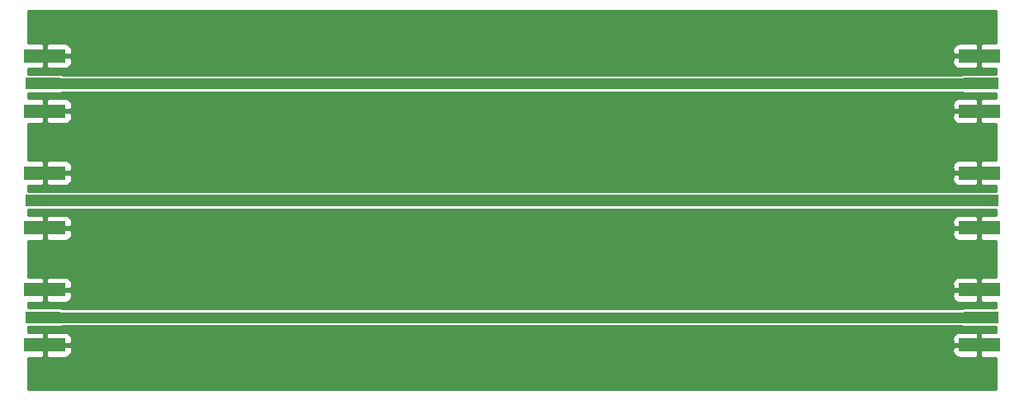
<source format=gtl>
G04 #@! TF.GenerationSoftware,KiCad,Pcbnew,5.1.6-c6e7f7d~86~ubuntu18.04.1*
G04 #@! TF.CreationDate,2020-07-08T22:14:40-04:00*
G04 #@! TF.ProjectId,microstrip_tests,6d696372-6f73-4747-9269-705f74657374,rev?*
G04 #@! TF.SameCoordinates,Original*
G04 #@! TF.FileFunction,Copper,L1,Top*
G04 #@! TF.FilePolarity,Positive*
%FSLAX46Y46*%
G04 Gerber Fmt 4.6, Leading zero omitted, Abs format (unit mm)*
G04 Created by KiCad (PCBNEW 5.1.6-c6e7f7d~86~ubuntu18.04.1) date 2020-07-08 22:14:40*
%MOMM*%
%LPD*%
G01*
G04 APERTURE LIST*
G04 #@! TA.AperFunction,SMDPad,CuDef*
%ADD10R,3.600000X1.270000*%
G04 #@! TD*
G04 #@! TA.AperFunction,SMDPad,CuDef*
%ADD11R,4.200000X1.350000*%
G04 #@! TD*
G04 #@! TA.AperFunction,ViaPad*
%ADD12C,0.800000*%
G04 #@! TD*
G04 #@! TA.AperFunction,Conductor*
%ADD13C,1.114000*%
G04 #@! TD*
G04 #@! TA.AperFunction,Conductor*
%ADD14C,1.200000*%
G04 #@! TD*
G04 #@! TA.AperFunction,Conductor*
%ADD15C,0.254000*%
G04 #@! TD*
G04 APERTURE END LIST*
D10*
G04 #@! TO.P,J5,1*
G04 #@! TO.N,Net-(J3-Pad1)*
X91900000Y-100237000D03*
D11*
G04 #@! TO.P,J5,2*
G04 #@! TO.N,GND*
X92100000Y-103062000D03*
X92100000Y-97412000D03*
G04 #@! TD*
D10*
G04 #@! TO.P,J1,1*
G04 #@! TO.N,Net-(J1-Pad1)*
X188100000Y-88237000D03*
D11*
G04 #@! TO.P,J1,2*
G04 #@! TO.N,GND*
X187900000Y-85412000D03*
X187900000Y-91062000D03*
G04 #@! TD*
G04 #@! TO.P,J2,2*
G04 #@! TO.N,GND*
X92100000Y-109411000D03*
X92100000Y-115061000D03*
D10*
G04 #@! TO.P,J2,1*
G04 #@! TO.N,Net-(J2-Pad1)*
X91900000Y-112236000D03*
G04 #@! TD*
D11*
G04 #@! TO.P,J3,2*
G04 #@! TO.N,GND*
X187900000Y-103062000D03*
X187900000Y-97412000D03*
D10*
G04 #@! TO.P,J3,1*
G04 #@! TO.N,Net-(J3-Pad1)*
X188100000Y-100237000D03*
G04 #@! TD*
G04 #@! TO.P,J4,1*
G04 #@! TO.N,Net-(J2-Pad1)*
X188100000Y-112236000D03*
D11*
G04 #@! TO.P,J4,2*
G04 #@! TO.N,GND*
X187900000Y-109411000D03*
X187900000Y-115061000D03*
G04 #@! TD*
G04 #@! TO.P,J6,2*
G04 #@! TO.N,GND*
X92100000Y-85412000D03*
X92100000Y-91062000D03*
D10*
G04 #@! TO.P,J6,1*
G04 #@! TO.N,Net-(J1-Pad1)*
X91900000Y-88237000D03*
G04 #@! TD*
D12*
G04 #@! TO.N,GND*
X182430000Y-94250000D03*
X137430000Y-94250000D03*
X139930000Y-94250000D03*
X142430000Y-94250000D03*
X144930000Y-94250000D03*
X147430000Y-94250000D03*
X177430000Y-94250000D03*
X179930000Y-94250000D03*
X159930000Y-94250000D03*
X162430000Y-94250000D03*
X164930000Y-94250000D03*
X167430000Y-94250000D03*
X172430000Y-94250000D03*
X124930000Y-94250000D03*
X127430000Y-94250000D03*
X129930000Y-94250000D03*
X132430000Y-94250000D03*
X134930000Y-94250000D03*
X97430000Y-94250000D03*
X112430000Y-94250000D03*
X114930000Y-94250000D03*
X117430000Y-94250000D03*
X119930000Y-94250000D03*
X122430000Y-94250000D03*
X102430000Y-94250000D03*
X104930000Y-94250000D03*
X107430000Y-94250000D03*
X109930000Y-94250000D03*
X149930000Y-94250000D03*
X152430000Y-94250000D03*
X154930000Y-94250000D03*
X157430000Y-94250000D03*
X99930000Y-94250000D03*
X169930000Y-94250000D03*
X174930000Y-94250000D03*
X93430000Y-81900000D03*
X95930000Y-81900000D03*
X115930000Y-81900000D03*
X118430000Y-81900000D03*
X120930000Y-81900000D03*
X123430000Y-81900000D03*
X125930000Y-81900000D03*
X128430000Y-81900000D03*
X130930000Y-81900000D03*
X133430000Y-81900000D03*
X135930000Y-81900000D03*
X175930000Y-81900000D03*
X178430000Y-81900000D03*
X180930000Y-81900000D03*
X183430000Y-81900000D03*
X185930000Y-81900000D03*
X188430000Y-81900000D03*
X90930000Y-81900000D03*
X160930000Y-81900000D03*
X163430000Y-81900000D03*
X165930000Y-81900000D03*
X168430000Y-81900000D03*
X170930000Y-81900000D03*
X173430000Y-81900000D03*
X145930000Y-81900000D03*
X98430000Y-81900000D03*
X100930000Y-81900000D03*
X103430000Y-81900000D03*
X105930000Y-81900000D03*
X108430000Y-81900000D03*
X110930000Y-81900000D03*
X113430000Y-81900000D03*
X138430000Y-81900000D03*
X140930000Y-81900000D03*
X143430000Y-81900000D03*
X148430000Y-81900000D03*
X150930000Y-81900000D03*
X153430000Y-81900000D03*
X155930000Y-81900000D03*
X158430000Y-81900000D03*
X94739876Y-86937000D03*
X94739876Y-89537000D03*
X183797521Y-86937000D03*
X185210813Y-86937000D03*
X182384229Y-86937000D03*
X183797521Y-89537000D03*
X185210813Y-89537000D03*
X182384229Y-89537000D03*
X96139876Y-89537000D03*
X97553168Y-89537000D03*
X98966460Y-89537000D03*
X100379752Y-89537000D03*
X101793044Y-89537000D03*
X103206336Y-89537000D03*
X104619628Y-89537000D03*
X106032920Y-89537000D03*
X107446212Y-89537000D03*
X108859504Y-89537000D03*
X110272796Y-89537000D03*
X111686088Y-89537000D03*
X113099380Y-89537000D03*
X114512672Y-89537000D03*
X115925964Y-89537000D03*
X117339256Y-89537000D03*
X118752548Y-89537000D03*
X120165840Y-89537000D03*
X121579132Y-89537000D03*
X122992424Y-89537000D03*
X124405716Y-89537000D03*
X125819008Y-89537000D03*
X127232300Y-89537000D03*
X128645592Y-89537000D03*
X130058884Y-89537000D03*
X131472176Y-89537000D03*
X132885468Y-89537000D03*
X134298760Y-89537000D03*
X135712052Y-89537000D03*
X137125345Y-89537000D03*
X138538637Y-89537000D03*
X139951929Y-89537000D03*
X141365221Y-89537000D03*
X142778513Y-89537000D03*
X144191805Y-89537000D03*
X145605097Y-89537000D03*
X147018389Y-89537000D03*
X148431681Y-89537000D03*
X149844973Y-89537000D03*
X151258265Y-89537000D03*
X152671557Y-89537000D03*
X154084849Y-89537000D03*
X155498141Y-89537000D03*
X156911433Y-89537000D03*
X158324725Y-89537000D03*
X159738017Y-89537000D03*
X161151309Y-89537000D03*
X162564601Y-89537000D03*
X163977893Y-89537000D03*
X165391185Y-89537000D03*
X166804477Y-89537000D03*
X168217769Y-89537000D03*
X169631061Y-89537000D03*
X171044353Y-89537000D03*
X172457645Y-89537000D03*
X173870937Y-89537000D03*
X175284229Y-89537000D03*
X176697521Y-89537000D03*
X178110813Y-89537000D03*
X179524105Y-89537000D03*
X180937398Y-89537000D03*
X179524105Y-86937000D03*
X178110813Y-86937000D03*
X176697521Y-86937000D03*
X175284229Y-86937000D03*
X173870937Y-86937000D03*
X172457645Y-86937000D03*
X171044353Y-86937000D03*
X169631061Y-86937000D03*
X168217769Y-86937000D03*
X166804477Y-86937000D03*
X165391185Y-86937000D03*
X163977893Y-86937000D03*
X162564601Y-86937000D03*
X161151309Y-86937000D03*
X159738017Y-86937000D03*
X158324725Y-86937000D03*
X156911433Y-86937000D03*
X155498141Y-86937000D03*
X154084849Y-86937000D03*
X152671557Y-86937000D03*
X151258265Y-86937000D03*
X149844973Y-86937000D03*
X148431681Y-86937000D03*
X147018389Y-86937000D03*
X145605097Y-86937000D03*
X144191805Y-86937000D03*
X142778513Y-86937000D03*
X141365221Y-86937000D03*
X139951929Y-86937000D03*
X138538637Y-86937000D03*
X137125345Y-86937000D03*
X135712052Y-86937000D03*
X134298760Y-86937000D03*
X132885468Y-86937000D03*
X131472176Y-86937000D03*
X130058884Y-86937000D03*
X128645592Y-86937000D03*
X127232300Y-86937000D03*
X125819008Y-86937000D03*
X124405716Y-86937000D03*
X122992424Y-86937000D03*
X121579132Y-86937000D03*
X120165840Y-86937000D03*
X118752548Y-86937000D03*
X117339256Y-86937000D03*
X115925964Y-86937000D03*
X114512672Y-86937000D03*
X113099380Y-86937000D03*
X111686088Y-86937000D03*
X110272796Y-86937000D03*
X108859504Y-86937000D03*
X107446212Y-86937000D03*
X106032920Y-86937000D03*
X104619628Y-86937000D03*
X103206336Y-86937000D03*
X101793044Y-86937000D03*
X100379752Y-86937000D03*
X98966460Y-86937000D03*
X97553168Y-86937000D03*
X96139876Y-86937000D03*
X180937398Y-86937000D03*
X94693002Y-98937000D03*
X94693002Y-101537000D03*
X179449083Y-101537000D03*
X180863723Y-101537000D03*
X183693002Y-101537000D03*
X182278362Y-101537000D03*
X185193002Y-101537000D03*
X182334444Y-98937000D03*
X185163723Y-98937000D03*
X180919805Y-98937000D03*
X179505165Y-98937000D03*
X183749083Y-98937000D03*
X96143918Y-101537000D03*
X97558557Y-101537000D03*
X98973196Y-101537000D03*
X100387836Y-101537000D03*
X101802475Y-101537000D03*
X103217115Y-101537000D03*
X104631754Y-101537000D03*
X106046393Y-101537000D03*
X107461033Y-101537000D03*
X108875672Y-101537000D03*
X110290311Y-101537000D03*
X111704951Y-101537000D03*
X113119590Y-101537000D03*
X114534230Y-101537000D03*
X115948869Y-101537000D03*
X117363508Y-101537000D03*
X118778148Y-101537000D03*
X120192787Y-101537000D03*
X121607426Y-101537000D03*
X123022066Y-101537000D03*
X124436705Y-101537000D03*
X125851345Y-101537000D03*
X127265984Y-101537000D03*
X128680623Y-101537000D03*
X130095263Y-101537000D03*
X131509902Y-101537000D03*
X132924541Y-101537000D03*
X134339181Y-101537000D03*
X135753820Y-101537000D03*
X137168460Y-101537000D03*
X138583099Y-101537000D03*
X139997738Y-101537000D03*
X141412378Y-101537000D03*
X142827017Y-101537000D03*
X144241656Y-101537000D03*
X145656296Y-101537000D03*
X147070935Y-101537000D03*
X148485575Y-101537000D03*
X149900214Y-101537000D03*
X151314853Y-101537000D03*
X152729493Y-101537000D03*
X154144132Y-101537000D03*
X155558771Y-101537000D03*
X156973411Y-101537000D03*
X158388050Y-101537000D03*
X159802690Y-101537000D03*
X161217329Y-101537000D03*
X162631968Y-101537000D03*
X164046608Y-101537000D03*
X165461247Y-101537000D03*
X166875886Y-101537000D03*
X168290526Y-101537000D03*
X169705165Y-101537000D03*
X171119805Y-101537000D03*
X172534444Y-101537000D03*
X173949083Y-101537000D03*
X175363723Y-101537000D03*
X176778362Y-101537000D03*
X178193002Y-101537000D03*
X176778362Y-98937000D03*
X175363723Y-98937000D03*
X173949083Y-98937000D03*
X172534444Y-98937000D03*
X171119805Y-98937000D03*
X169705165Y-98937000D03*
X168290526Y-98937000D03*
X166875886Y-98937000D03*
X165461247Y-98937000D03*
X164046608Y-98937000D03*
X162631968Y-98937000D03*
X161217329Y-98937000D03*
X159802690Y-98937000D03*
X158388050Y-98937000D03*
X156973411Y-98937000D03*
X155558771Y-98937000D03*
X154144132Y-98937000D03*
X152729493Y-98937000D03*
X151314853Y-98937000D03*
X149900214Y-98937000D03*
X148485575Y-98937000D03*
X147070935Y-98937000D03*
X145656296Y-98937000D03*
X144241656Y-98937000D03*
X142827017Y-98937000D03*
X141412378Y-98937000D03*
X139997738Y-98937000D03*
X138583099Y-98937000D03*
X137168460Y-98937000D03*
X135753820Y-98937000D03*
X134339181Y-98937000D03*
X132924541Y-98937000D03*
X131509902Y-98937000D03*
X130095263Y-98937000D03*
X128680623Y-98937000D03*
X127265984Y-98937000D03*
X125851345Y-98937000D03*
X124436705Y-98937000D03*
X123022066Y-98937000D03*
X121607426Y-98937000D03*
X120192787Y-98937000D03*
X118778148Y-98937000D03*
X117363508Y-98937000D03*
X115948869Y-98937000D03*
X114534230Y-98937000D03*
X113119590Y-98937000D03*
X111704951Y-98937000D03*
X110290311Y-98937000D03*
X108875672Y-98937000D03*
X107461033Y-98937000D03*
X106046393Y-98937000D03*
X104631754Y-98937000D03*
X103217115Y-98937000D03*
X101802475Y-98937000D03*
X100387836Y-98937000D03*
X98973196Y-98937000D03*
X97558557Y-98937000D03*
X96143918Y-98937000D03*
X178193002Y-98937000D03*
X95200000Y-111000000D03*
X95200000Y-113500000D03*
X184800000Y-113500000D03*
X184800000Y-111000000D03*
X97430000Y-106250000D03*
X99930000Y-106250000D03*
X102430000Y-106250000D03*
X104930000Y-106250000D03*
X107430000Y-106250000D03*
X109930000Y-106250000D03*
X112430000Y-106250000D03*
X114930000Y-106250000D03*
X117430000Y-106250000D03*
X119930000Y-106250000D03*
X122430000Y-106250000D03*
X124930000Y-106250000D03*
X127430000Y-106250000D03*
X129930000Y-106250000D03*
X132430000Y-106250000D03*
X134930000Y-106250000D03*
X137430000Y-106250000D03*
X139930000Y-106250000D03*
X142430000Y-106250000D03*
X144930000Y-106250000D03*
X147430000Y-106250000D03*
X149930000Y-106250000D03*
X152430000Y-106250000D03*
X154930000Y-106250000D03*
X157430000Y-106250000D03*
X159930000Y-106250000D03*
X162430000Y-106250000D03*
X164930000Y-106250000D03*
X167430000Y-106250000D03*
X169930000Y-106250000D03*
X172430000Y-106250000D03*
X174930000Y-106250000D03*
X177430000Y-106250000D03*
X179930000Y-106250000D03*
X156800000Y-113500000D03*
X158200000Y-113500000D03*
X159600000Y-113500000D03*
X161000000Y-113500000D03*
X98000000Y-113500000D03*
X140000000Y-113500000D03*
X141400000Y-113500000D03*
X142800000Y-113500000D03*
X109200000Y-113500000D03*
X112000000Y-113500000D03*
X173600000Y-113500000D03*
X175000000Y-113500000D03*
X176400000Y-113500000D03*
X177800000Y-113500000D03*
X179200000Y-113500000D03*
X180600000Y-113500000D03*
X105000000Y-113500000D03*
X103600000Y-113500000D03*
X100800000Y-113500000D03*
X151200000Y-113500000D03*
X152600000Y-113500000D03*
X154000000Y-113500000D03*
X155400000Y-113500000D03*
X107800000Y-113500000D03*
X144200000Y-113500000D03*
X127400000Y-113500000D03*
X128800000Y-113500000D03*
X130200000Y-113500000D03*
X96600000Y-113500000D03*
X99400000Y-113500000D03*
X168000000Y-113500000D03*
X169400000Y-113500000D03*
X170800000Y-113500000D03*
X172200000Y-113500000D03*
X106400000Y-113500000D03*
X113400000Y-113500000D03*
X110600000Y-113500000D03*
X102200000Y-113500000D03*
X162400000Y-113500000D03*
X163800000Y-113500000D03*
X165200000Y-113500000D03*
X166600000Y-113500000D03*
X135800000Y-113500000D03*
X137200000Y-113500000D03*
X138600000Y-113500000D03*
X131600000Y-113500000D03*
X133000000Y-113500000D03*
X134400000Y-113500000D03*
X120400000Y-113500000D03*
X121800000Y-113500000D03*
X123200000Y-113500000D03*
X124600000Y-113500000D03*
X126000000Y-113500000D03*
X114800000Y-113500000D03*
X116200000Y-113500000D03*
X117600000Y-113500000D03*
X119000000Y-113500000D03*
X145600000Y-113500000D03*
X147000000Y-113500000D03*
X148400000Y-113500000D03*
X149800000Y-113500000D03*
X90930000Y-118800000D03*
X96600000Y-111000000D03*
X98000000Y-111000000D03*
X99400000Y-111000000D03*
X100800000Y-111000000D03*
X102200000Y-111000000D03*
X103600000Y-111000000D03*
X105000000Y-111000000D03*
X106400000Y-111000000D03*
X107800000Y-111000000D03*
X109200000Y-111000000D03*
X110600000Y-111000000D03*
X112000000Y-111000000D03*
X113400000Y-111000000D03*
X114800000Y-111000000D03*
X116200000Y-111000000D03*
X117600000Y-111000000D03*
X119000000Y-111000000D03*
X120400000Y-111000000D03*
X121800000Y-111000000D03*
X123200000Y-111000000D03*
X124600000Y-111000000D03*
X126000000Y-111000000D03*
X127400000Y-111000000D03*
X128800000Y-111000000D03*
X130200000Y-111000000D03*
X131600000Y-111000000D03*
X133000000Y-111000000D03*
X134400000Y-111000000D03*
X135800000Y-111000000D03*
X137200000Y-111000000D03*
X138600000Y-111000000D03*
X140000000Y-111000000D03*
X141400000Y-111000000D03*
X142800000Y-111000000D03*
X144200000Y-111000000D03*
X145600000Y-111000000D03*
X147000000Y-111000000D03*
X148400000Y-111000000D03*
X149800000Y-111000000D03*
X151200000Y-111000000D03*
X152600000Y-111000000D03*
X154000000Y-111000000D03*
X155400000Y-111000000D03*
X156800000Y-111000000D03*
X158200000Y-111000000D03*
X159600000Y-111000000D03*
X161000000Y-111000000D03*
X162400000Y-111000000D03*
X163800000Y-111000000D03*
X165200000Y-111000000D03*
X166600000Y-111000000D03*
X168000000Y-111000000D03*
X169400000Y-111000000D03*
X170800000Y-111000000D03*
X172200000Y-111000000D03*
X173600000Y-111000000D03*
X175000000Y-111000000D03*
X176400000Y-111000000D03*
X177800000Y-111000000D03*
X179200000Y-111000000D03*
X180600000Y-111000000D03*
X93430000Y-118800000D03*
X95930000Y-118800000D03*
X98430000Y-118800000D03*
X100930000Y-118800000D03*
X103430000Y-118800000D03*
X105930000Y-118800000D03*
X108430000Y-118800000D03*
X110930000Y-118800000D03*
X113430000Y-118800000D03*
X115930000Y-118800000D03*
X118430000Y-118800000D03*
X120930000Y-118800000D03*
X123430000Y-118800000D03*
X125930000Y-118800000D03*
X128430000Y-118800000D03*
X130930000Y-118800000D03*
X133430000Y-118800000D03*
X135930000Y-118800000D03*
X138430000Y-118800000D03*
X140930000Y-118800000D03*
X143430000Y-118800000D03*
X145930000Y-118800000D03*
X148430000Y-118800000D03*
X150930000Y-118800000D03*
X153430000Y-118800000D03*
X155930000Y-118800000D03*
X158430000Y-118800000D03*
X160930000Y-118800000D03*
X163430000Y-118800000D03*
X165930000Y-118800000D03*
X168430000Y-118800000D03*
X170930000Y-118800000D03*
X173430000Y-118800000D03*
X175930000Y-118800000D03*
X178430000Y-118800000D03*
X180930000Y-118800000D03*
X183430000Y-118800000D03*
X185930000Y-118800000D03*
X188430000Y-118800000D03*
X182000000Y-111000000D03*
X183400000Y-111000000D03*
X182000000Y-113500000D03*
X183400000Y-113500000D03*
X182430000Y-106250000D03*
X90900000Y-83600000D03*
X92100000Y-83600000D03*
X94600000Y-83600000D03*
X95400000Y-85400000D03*
X90900000Y-92800000D03*
X92100000Y-92900000D03*
X93500000Y-92900000D03*
X95000000Y-92600000D03*
X95400000Y-91100000D03*
X93400000Y-83600000D03*
X90800000Y-95700000D03*
X92100000Y-95600000D03*
X93600000Y-95600000D03*
X95300000Y-96200000D03*
X95400000Y-97500000D03*
X90800000Y-104900000D03*
X92100000Y-105000000D03*
X93700000Y-105000000D03*
X95200000Y-104700000D03*
X95300000Y-103000000D03*
X90900000Y-107600000D03*
X92200000Y-107600000D03*
X93700000Y-107500000D03*
X95300000Y-107900000D03*
X95300000Y-109300000D03*
X90800000Y-116900000D03*
X92100000Y-117000000D03*
X93600000Y-117000000D03*
X95100000Y-116700000D03*
X95400000Y-115100000D03*
X189200000Y-83600000D03*
X187800000Y-83600000D03*
X186400000Y-83600000D03*
X184900000Y-83900000D03*
X184700000Y-85400000D03*
X189200000Y-92900000D03*
X187700000Y-92900000D03*
X186000000Y-92900000D03*
X184400000Y-92200000D03*
X184300000Y-90800000D03*
X189100000Y-95600000D03*
X187800000Y-95500000D03*
X186200000Y-95500000D03*
X184600000Y-96000000D03*
X184500000Y-97500000D03*
X184500000Y-102900000D03*
X184800000Y-104600000D03*
X186500000Y-105000000D03*
X188000000Y-104900000D03*
X189200000Y-104900000D03*
X189100000Y-107700000D03*
X187800000Y-107600000D03*
X186100000Y-107600000D03*
X184800000Y-108100000D03*
X184700000Y-109500000D03*
X189200000Y-116900000D03*
X187700000Y-117000000D03*
X186400000Y-117000000D03*
X184900000Y-116500000D03*
X184600000Y-115000000D03*
G04 #@! TD*
D13*
G04 #@! TO.N,Net-(J1-Pad1)*
X180937398Y-88237000D02*
X188100000Y-88237000D01*
X91900000Y-88237000D02*
X180937398Y-88237000D01*
D14*
G04 #@! TO.N,Net-(J3-Pad1)*
X178193002Y-100237000D02*
X188100000Y-100237000D01*
X91900000Y-100237000D02*
X178193002Y-100237000D01*
D13*
G04 #@! TO.N,Net-(J2-Pad1)*
X183875362Y-112237000D02*
X188100000Y-112237000D01*
X91900000Y-112237000D02*
X183875362Y-112237000D01*
G04 #@! TD*
D15*
G04 #@! TO.N,GND*
G36*
X186117450Y-113144206D02*
G01*
X186174257Y-113174570D01*
X186235897Y-113193268D01*
X186300000Y-113199582D01*
X189623001Y-113199582D01*
X189623001Y-113748566D01*
X188185750Y-113751000D01*
X188027000Y-113909750D01*
X188027000Y-114934000D01*
X188047000Y-114934000D01*
X188047000Y-115188000D01*
X188027000Y-115188000D01*
X188027000Y-116212250D01*
X188185750Y-116371000D01*
X189623001Y-116373434D01*
X189623001Y-119623000D01*
X90377000Y-119623000D01*
X90377000Y-116373434D01*
X91814250Y-116371000D01*
X91973000Y-116212250D01*
X91973000Y-115188000D01*
X92227000Y-115188000D01*
X92227000Y-116212250D01*
X92385750Y-116371000D01*
X94200000Y-116374072D01*
X94324482Y-116361812D01*
X94444180Y-116325502D01*
X94554494Y-116266537D01*
X94651185Y-116187185D01*
X94730537Y-116090494D01*
X94789502Y-115980180D01*
X94825812Y-115860482D01*
X94838072Y-115736000D01*
X185161928Y-115736000D01*
X185174188Y-115860482D01*
X185210498Y-115980180D01*
X185269463Y-116090494D01*
X185348815Y-116187185D01*
X185445506Y-116266537D01*
X185555820Y-116325502D01*
X185675518Y-116361812D01*
X185800000Y-116374072D01*
X187614250Y-116371000D01*
X187773000Y-116212250D01*
X187773000Y-115188000D01*
X185323750Y-115188000D01*
X185165000Y-115346750D01*
X185161928Y-115736000D01*
X94838072Y-115736000D01*
X94835000Y-115346750D01*
X94676250Y-115188000D01*
X92227000Y-115188000D01*
X91973000Y-115188000D01*
X91953000Y-115188000D01*
X91953000Y-114934000D01*
X91973000Y-114934000D01*
X91973000Y-113909750D01*
X92227000Y-113909750D01*
X92227000Y-114934000D01*
X94676250Y-114934000D01*
X94835000Y-114775250D01*
X94838072Y-114386000D01*
X185161928Y-114386000D01*
X185165000Y-114775250D01*
X185323750Y-114934000D01*
X187773000Y-114934000D01*
X187773000Y-113909750D01*
X187614250Y-113751000D01*
X185800000Y-113747928D01*
X185675518Y-113760188D01*
X185555820Y-113796498D01*
X185445506Y-113855463D01*
X185348815Y-113934815D01*
X185269463Y-114031506D01*
X185210498Y-114141820D01*
X185174188Y-114261518D01*
X185161928Y-114386000D01*
X94838072Y-114386000D01*
X94825812Y-114261518D01*
X94789502Y-114141820D01*
X94730537Y-114031506D01*
X94651185Y-113934815D01*
X94554494Y-113855463D01*
X94444180Y-113796498D01*
X94324482Y-113760188D01*
X94200000Y-113747928D01*
X92385750Y-113751000D01*
X92227000Y-113909750D01*
X91973000Y-113909750D01*
X91814250Y-113751000D01*
X90377000Y-113748566D01*
X90377000Y-113199582D01*
X93700000Y-113199582D01*
X93764103Y-113193268D01*
X93825743Y-113174570D01*
X93882550Y-113144206D01*
X93910827Y-113121000D01*
X186089173Y-113121000D01*
X186117450Y-113144206D01*
G37*
X186117450Y-113144206D02*
X186174257Y-113174570D01*
X186235897Y-113193268D01*
X186300000Y-113199582D01*
X189623001Y-113199582D01*
X189623001Y-113748566D01*
X188185750Y-113751000D01*
X188027000Y-113909750D01*
X188027000Y-114934000D01*
X188047000Y-114934000D01*
X188047000Y-115188000D01*
X188027000Y-115188000D01*
X188027000Y-116212250D01*
X188185750Y-116371000D01*
X189623001Y-116373434D01*
X189623001Y-119623000D01*
X90377000Y-119623000D01*
X90377000Y-116373434D01*
X91814250Y-116371000D01*
X91973000Y-116212250D01*
X91973000Y-115188000D01*
X92227000Y-115188000D01*
X92227000Y-116212250D01*
X92385750Y-116371000D01*
X94200000Y-116374072D01*
X94324482Y-116361812D01*
X94444180Y-116325502D01*
X94554494Y-116266537D01*
X94651185Y-116187185D01*
X94730537Y-116090494D01*
X94789502Y-115980180D01*
X94825812Y-115860482D01*
X94838072Y-115736000D01*
X185161928Y-115736000D01*
X185174188Y-115860482D01*
X185210498Y-115980180D01*
X185269463Y-116090494D01*
X185348815Y-116187185D01*
X185445506Y-116266537D01*
X185555820Y-116325502D01*
X185675518Y-116361812D01*
X185800000Y-116374072D01*
X187614250Y-116371000D01*
X187773000Y-116212250D01*
X187773000Y-115188000D01*
X185323750Y-115188000D01*
X185165000Y-115346750D01*
X185161928Y-115736000D01*
X94838072Y-115736000D01*
X94835000Y-115346750D01*
X94676250Y-115188000D01*
X92227000Y-115188000D01*
X91973000Y-115188000D01*
X91953000Y-115188000D01*
X91953000Y-114934000D01*
X91973000Y-114934000D01*
X91973000Y-113909750D01*
X92227000Y-113909750D01*
X92227000Y-114934000D01*
X94676250Y-114934000D01*
X94835000Y-114775250D01*
X94838072Y-114386000D01*
X185161928Y-114386000D01*
X185165000Y-114775250D01*
X185323750Y-114934000D01*
X187773000Y-114934000D01*
X187773000Y-113909750D01*
X187614250Y-113751000D01*
X185800000Y-113747928D01*
X185675518Y-113760188D01*
X185555820Y-113796498D01*
X185445506Y-113855463D01*
X185348815Y-113934815D01*
X185269463Y-114031506D01*
X185210498Y-114141820D01*
X185174188Y-114261518D01*
X185161928Y-114386000D01*
X94838072Y-114386000D01*
X94825812Y-114261518D01*
X94789502Y-114141820D01*
X94730537Y-114031506D01*
X94651185Y-113934815D01*
X94554494Y-113855463D01*
X94444180Y-113796498D01*
X94324482Y-113760188D01*
X94200000Y-113747928D01*
X92385750Y-113751000D01*
X92227000Y-113909750D01*
X91973000Y-113909750D01*
X91814250Y-113751000D01*
X90377000Y-113748566D01*
X90377000Y-113199582D01*
X93700000Y-113199582D01*
X93764103Y-113193268D01*
X93825743Y-113174570D01*
X93882550Y-113144206D01*
X93910827Y-113121000D01*
X186089173Y-113121000D01*
X186117450Y-113144206D01*
G36*
X186174257Y-101175570D02*
G01*
X186235897Y-101194268D01*
X186300000Y-101200582D01*
X189623000Y-101200582D01*
X189623000Y-101749566D01*
X188185750Y-101752000D01*
X188027000Y-101910750D01*
X188027000Y-102935000D01*
X188047000Y-102935000D01*
X188047000Y-103189000D01*
X188027000Y-103189000D01*
X188027000Y-104213250D01*
X188185750Y-104372000D01*
X189623000Y-104374434D01*
X189623001Y-108098566D01*
X188185750Y-108101000D01*
X188027000Y-108259750D01*
X188027000Y-109284000D01*
X188047000Y-109284000D01*
X188047000Y-109538000D01*
X188027000Y-109538000D01*
X188027000Y-110562250D01*
X188185750Y-110721000D01*
X189623001Y-110723434D01*
X189623001Y-111272418D01*
X186300000Y-111272418D01*
X186235897Y-111278732D01*
X186174257Y-111297430D01*
X186117450Y-111327794D01*
X186086736Y-111353000D01*
X93913264Y-111353000D01*
X93882550Y-111327794D01*
X93825743Y-111297430D01*
X93764103Y-111278732D01*
X93700000Y-111272418D01*
X90377000Y-111272418D01*
X90377000Y-110723434D01*
X91814250Y-110721000D01*
X91973000Y-110562250D01*
X91973000Y-109538000D01*
X92227000Y-109538000D01*
X92227000Y-110562250D01*
X92385750Y-110721000D01*
X94200000Y-110724072D01*
X94324482Y-110711812D01*
X94444180Y-110675502D01*
X94554494Y-110616537D01*
X94651185Y-110537185D01*
X94730537Y-110440494D01*
X94789502Y-110330180D01*
X94825812Y-110210482D01*
X94838072Y-110086000D01*
X185161928Y-110086000D01*
X185174188Y-110210482D01*
X185210498Y-110330180D01*
X185269463Y-110440494D01*
X185348815Y-110537185D01*
X185445506Y-110616537D01*
X185555820Y-110675502D01*
X185675518Y-110711812D01*
X185800000Y-110724072D01*
X187614250Y-110721000D01*
X187773000Y-110562250D01*
X187773000Y-109538000D01*
X185323750Y-109538000D01*
X185165000Y-109696750D01*
X185161928Y-110086000D01*
X94838072Y-110086000D01*
X94835000Y-109696750D01*
X94676250Y-109538000D01*
X92227000Y-109538000D01*
X91973000Y-109538000D01*
X91953000Y-109538000D01*
X91953000Y-109284000D01*
X91973000Y-109284000D01*
X91973000Y-108259750D01*
X92227000Y-108259750D01*
X92227000Y-109284000D01*
X94676250Y-109284000D01*
X94835000Y-109125250D01*
X94838072Y-108736000D01*
X185161928Y-108736000D01*
X185165000Y-109125250D01*
X185323750Y-109284000D01*
X187773000Y-109284000D01*
X187773000Y-108259750D01*
X187614250Y-108101000D01*
X185800000Y-108097928D01*
X185675518Y-108110188D01*
X185555820Y-108146498D01*
X185445506Y-108205463D01*
X185348815Y-108284815D01*
X185269463Y-108381506D01*
X185210498Y-108491820D01*
X185174188Y-108611518D01*
X185161928Y-108736000D01*
X94838072Y-108736000D01*
X94825812Y-108611518D01*
X94789502Y-108491820D01*
X94730537Y-108381506D01*
X94651185Y-108284815D01*
X94554494Y-108205463D01*
X94444180Y-108146498D01*
X94324482Y-108110188D01*
X94200000Y-108097928D01*
X92385750Y-108101000D01*
X92227000Y-108259750D01*
X91973000Y-108259750D01*
X91814250Y-108101000D01*
X90377000Y-108098566D01*
X90377000Y-104374434D01*
X91814250Y-104372000D01*
X91973000Y-104213250D01*
X91973000Y-103189000D01*
X92227000Y-103189000D01*
X92227000Y-104213250D01*
X92385750Y-104372000D01*
X94200000Y-104375072D01*
X94324482Y-104362812D01*
X94444180Y-104326502D01*
X94554494Y-104267537D01*
X94651185Y-104188185D01*
X94730537Y-104091494D01*
X94789502Y-103981180D01*
X94825812Y-103861482D01*
X94838072Y-103737000D01*
X185161928Y-103737000D01*
X185174188Y-103861482D01*
X185210498Y-103981180D01*
X185269463Y-104091494D01*
X185348815Y-104188185D01*
X185445506Y-104267537D01*
X185555820Y-104326502D01*
X185675518Y-104362812D01*
X185800000Y-104375072D01*
X187614250Y-104372000D01*
X187773000Y-104213250D01*
X187773000Y-103189000D01*
X185323750Y-103189000D01*
X185165000Y-103347750D01*
X185161928Y-103737000D01*
X94838072Y-103737000D01*
X94835000Y-103347750D01*
X94676250Y-103189000D01*
X92227000Y-103189000D01*
X91973000Y-103189000D01*
X91953000Y-103189000D01*
X91953000Y-102935000D01*
X91973000Y-102935000D01*
X91973000Y-101910750D01*
X92227000Y-101910750D01*
X92227000Y-102935000D01*
X94676250Y-102935000D01*
X94835000Y-102776250D01*
X94838072Y-102387000D01*
X185161928Y-102387000D01*
X185165000Y-102776250D01*
X185323750Y-102935000D01*
X187773000Y-102935000D01*
X187773000Y-101910750D01*
X187614250Y-101752000D01*
X185800000Y-101748928D01*
X185675518Y-101761188D01*
X185555820Y-101797498D01*
X185445506Y-101856463D01*
X185348815Y-101935815D01*
X185269463Y-102032506D01*
X185210498Y-102142820D01*
X185174188Y-102262518D01*
X185161928Y-102387000D01*
X94838072Y-102387000D01*
X94825812Y-102262518D01*
X94789502Y-102142820D01*
X94730537Y-102032506D01*
X94651185Y-101935815D01*
X94554494Y-101856463D01*
X94444180Y-101797498D01*
X94324482Y-101761188D01*
X94200000Y-101748928D01*
X92385750Y-101752000D01*
X92227000Y-101910750D01*
X91973000Y-101910750D01*
X91814250Y-101752000D01*
X90377000Y-101749566D01*
X90377000Y-101200582D01*
X93700000Y-101200582D01*
X93764103Y-101194268D01*
X93825743Y-101175570D01*
X93847389Y-101164000D01*
X186152611Y-101164000D01*
X186174257Y-101175570D01*
G37*
X186174257Y-101175570D02*
X186235897Y-101194268D01*
X186300000Y-101200582D01*
X189623000Y-101200582D01*
X189623000Y-101749566D01*
X188185750Y-101752000D01*
X188027000Y-101910750D01*
X188027000Y-102935000D01*
X188047000Y-102935000D01*
X188047000Y-103189000D01*
X188027000Y-103189000D01*
X188027000Y-104213250D01*
X188185750Y-104372000D01*
X189623000Y-104374434D01*
X189623001Y-108098566D01*
X188185750Y-108101000D01*
X188027000Y-108259750D01*
X188027000Y-109284000D01*
X188047000Y-109284000D01*
X188047000Y-109538000D01*
X188027000Y-109538000D01*
X188027000Y-110562250D01*
X188185750Y-110721000D01*
X189623001Y-110723434D01*
X189623001Y-111272418D01*
X186300000Y-111272418D01*
X186235897Y-111278732D01*
X186174257Y-111297430D01*
X186117450Y-111327794D01*
X186086736Y-111353000D01*
X93913264Y-111353000D01*
X93882550Y-111327794D01*
X93825743Y-111297430D01*
X93764103Y-111278732D01*
X93700000Y-111272418D01*
X90377000Y-111272418D01*
X90377000Y-110723434D01*
X91814250Y-110721000D01*
X91973000Y-110562250D01*
X91973000Y-109538000D01*
X92227000Y-109538000D01*
X92227000Y-110562250D01*
X92385750Y-110721000D01*
X94200000Y-110724072D01*
X94324482Y-110711812D01*
X94444180Y-110675502D01*
X94554494Y-110616537D01*
X94651185Y-110537185D01*
X94730537Y-110440494D01*
X94789502Y-110330180D01*
X94825812Y-110210482D01*
X94838072Y-110086000D01*
X185161928Y-110086000D01*
X185174188Y-110210482D01*
X185210498Y-110330180D01*
X185269463Y-110440494D01*
X185348815Y-110537185D01*
X185445506Y-110616537D01*
X185555820Y-110675502D01*
X185675518Y-110711812D01*
X185800000Y-110724072D01*
X187614250Y-110721000D01*
X187773000Y-110562250D01*
X187773000Y-109538000D01*
X185323750Y-109538000D01*
X185165000Y-109696750D01*
X185161928Y-110086000D01*
X94838072Y-110086000D01*
X94835000Y-109696750D01*
X94676250Y-109538000D01*
X92227000Y-109538000D01*
X91973000Y-109538000D01*
X91953000Y-109538000D01*
X91953000Y-109284000D01*
X91973000Y-109284000D01*
X91973000Y-108259750D01*
X92227000Y-108259750D01*
X92227000Y-109284000D01*
X94676250Y-109284000D01*
X94835000Y-109125250D01*
X94838072Y-108736000D01*
X185161928Y-108736000D01*
X185165000Y-109125250D01*
X185323750Y-109284000D01*
X187773000Y-109284000D01*
X187773000Y-108259750D01*
X187614250Y-108101000D01*
X185800000Y-108097928D01*
X185675518Y-108110188D01*
X185555820Y-108146498D01*
X185445506Y-108205463D01*
X185348815Y-108284815D01*
X185269463Y-108381506D01*
X185210498Y-108491820D01*
X185174188Y-108611518D01*
X185161928Y-108736000D01*
X94838072Y-108736000D01*
X94825812Y-108611518D01*
X94789502Y-108491820D01*
X94730537Y-108381506D01*
X94651185Y-108284815D01*
X94554494Y-108205463D01*
X94444180Y-108146498D01*
X94324482Y-108110188D01*
X94200000Y-108097928D01*
X92385750Y-108101000D01*
X92227000Y-108259750D01*
X91973000Y-108259750D01*
X91814250Y-108101000D01*
X90377000Y-108098566D01*
X90377000Y-104374434D01*
X91814250Y-104372000D01*
X91973000Y-104213250D01*
X91973000Y-103189000D01*
X92227000Y-103189000D01*
X92227000Y-104213250D01*
X92385750Y-104372000D01*
X94200000Y-104375072D01*
X94324482Y-104362812D01*
X94444180Y-104326502D01*
X94554494Y-104267537D01*
X94651185Y-104188185D01*
X94730537Y-104091494D01*
X94789502Y-103981180D01*
X94825812Y-103861482D01*
X94838072Y-103737000D01*
X185161928Y-103737000D01*
X185174188Y-103861482D01*
X185210498Y-103981180D01*
X185269463Y-104091494D01*
X185348815Y-104188185D01*
X185445506Y-104267537D01*
X185555820Y-104326502D01*
X185675518Y-104362812D01*
X185800000Y-104375072D01*
X187614250Y-104372000D01*
X187773000Y-104213250D01*
X187773000Y-103189000D01*
X185323750Y-103189000D01*
X185165000Y-103347750D01*
X185161928Y-103737000D01*
X94838072Y-103737000D01*
X94835000Y-103347750D01*
X94676250Y-103189000D01*
X92227000Y-103189000D01*
X91973000Y-103189000D01*
X91953000Y-103189000D01*
X91953000Y-102935000D01*
X91973000Y-102935000D01*
X91973000Y-101910750D01*
X92227000Y-101910750D01*
X92227000Y-102935000D01*
X94676250Y-102935000D01*
X94835000Y-102776250D01*
X94838072Y-102387000D01*
X185161928Y-102387000D01*
X185165000Y-102776250D01*
X185323750Y-102935000D01*
X187773000Y-102935000D01*
X187773000Y-101910750D01*
X187614250Y-101752000D01*
X185800000Y-101748928D01*
X185675518Y-101761188D01*
X185555820Y-101797498D01*
X185445506Y-101856463D01*
X185348815Y-101935815D01*
X185269463Y-102032506D01*
X185210498Y-102142820D01*
X185174188Y-102262518D01*
X185161928Y-102387000D01*
X94838072Y-102387000D01*
X94825812Y-102262518D01*
X94789502Y-102142820D01*
X94730537Y-102032506D01*
X94651185Y-101935815D01*
X94554494Y-101856463D01*
X94444180Y-101797498D01*
X94324482Y-101761188D01*
X94200000Y-101748928D01*
X92385750Y-101752000D01*
X92227000Y-101910750D01*
X91973000Y-101910750D01*
X91814250Y-101752000D01*
X90377000Y-101749566D01*
X90377000Y-101200582D01*
X93700000Y-101200582D01*
X93764103Y-101194268D01*
X93825743Y-101175570D01*
X93847389Y-101164000D01*
X186152611Y-101164000D01*
X186174257Y-101175570D01*
G36*
X186117450Y-89145206D02*
G01*
X186174257Y-89175570D01*
X186235897Y-89194268D01*
X186300000Y-89200582D01*
X189623001Y-89200582D01*
X189623001Y-89749566D01*
X188185750Y-89752000D01*
X188027000Y-89910750D01*
X188027000Y-90935000D01*
X188047000Y-90935000D01*
X188047000Y-91189000D01*
X188027000Y-91189000D01*
X188027000Y-92213250D01*
X188185750Y-92372000D01*
X189623001Y-92374434D01*
X189623001Y-92381472D01*
X189623000Y-92381482D01*
X189623000Y-96099566D01*
X188185750Y-96102000D01*
X188027000Y-96260750D01*
X188027000Y-97285000D01*
X188047000Y-97285000D01*
X188047000Y-97539000D01*
X188027000Y-97539000D01*
X188027000Y-98563250D01*
X188185750Y-98722000D01*
X189623000Y-98724434D01*
X189623000Y-99273418D01*
X186300000Y-99273418D01*
X186235897Y-99279732D01*
X186174257Y-99298430D01*
X186152611Y-99310000D01*
X93847389Y-99310000D01*
X93825743Y-99298430D01*
X93764103Y-99279732D01*
X93700000Y-99273418D01*
X90377000Y-99273418D01*
X90377000Y-98724434D01*
X91814250Y-98722000D01*
X91973000Y-98563250D01*
X91973000Y-97539000D01*
X92227000Y-97539000D01*
X92227000Y-98563250D01*
X92385750Y-98722000D01*
X94200000Y-98725072D01*
X94324482Y-98712812D01*
X94444180Y-98676502D01*
X94554494Y-98617537D01*
X94651185Y-98538185D01*
X94730537Y-98441494D01*
X94789502Y-98331180D01*
X94825812Y-98211482D01*
X94838072Y-98087000D01*
X185161928Y-98087000D01*
X185174188Y-98211482D01*
X185210498Y-98331180D01*
X185269463Y-98441494D01*
X185348815Y-98538185D01*
X185445506Y-98617537D01*
X185555820Y-98676502D01*
X185675518Y-98712812D01*
X185800000Y-98725072D01*
X187614250Y-98722000D01*
X187773000Y-98563250D01*
X187773000Y-97539000D01*
X185323750Y-97539000D01*
X185165000Y-97697750D01*
X185161928Y-98087000D01*
X94838072Y-98087000D01*
X94835000Y-97697750D01*
X94676250Y-97539000D01*
X92227000Y-97539000D01*
X91973000Y-97539000D01*
X91953000Y-97539000D01*
X91953000Y-97285000D01*
X91973000Y-97285000D01*
X91973000Y-96260750D01*
X92227000Y-96260750D01*
X92227000Y-97285000D01*
X94676250Y-97285000D01*
X94835000Y-97126250D01*
X94838072Y-96737000D01*
X185161928Y-96737000D01*
X185165000Y-97126250D01*
X185323750Y-97285000D01*
X187773000Y-97285000D01*
X187773000Y-96260750D01*
X187614250Y-96102000D01*
X185800000Y-96098928D01*
X185675518Y-96111188D01*
X185555820Y-96147498D01*
X185445506Y-96206463D01*
X185348815Y-96285815D01*
X185269463Y-96382506D01*
X185210498Y-96492820D01*
X185174188Y-96612518D01*
X185161928Y-96737000D01*
X94838072Y-96737000D01*
X94825812Y-96612518D01*
X94789502Y-96492820D01*
X94730537Y-96382506D01*
X94651185Y-96285815D01*
X94554494Y-96206463D01*
X94444180Y-96147498D01*
X94324482Y-96111188D01*
X94200000Y-96098928D01*
X92385750Y-96102000D01*
X92227000Y-96260750D01*
X91973000Y-96260750D01*
X91814250Y-96102000D01*
X90377000Y-96099566D01*
X90377000Y-92374434D01*
X91814250Y-92372000D01*
X91973000Y-92213250D01*
X91973000Y-91189000D01*
X92227000Y-91189000D01*
X92227000Y-92213250D01*
X92385750Y-92372000D01*
X94200000Y-92375072D01*
X94324482Y-92362812D01*
X94444180Y-92326502D01*
X94554494Y-92267537D01*
X94651185Y-92188185D01*
X94730537Y-92091494D01*
X94789502Y-91981180D01*
X94825812Y-91861482D01*
X94838072Y-91737000D01*
X185161928Y-91737000D01*
X185174188Y-91861482D01*
X185210498Y-91981180D01*
X185269463Y-92091494D01*
X185348815Y-92188185D01*
X185445506Y-92267537D01*
X185555820Y-92326502D01*
X185675518Y-92362812D01*
X185800000Y-92375072D01*
X187614250Y-92372000D01*
X187773000Y-92213250D01*
X187773000Y-91189000D01*
X185323750Y-91189000D01*
X185165000Y-91347750D01*
X185161928Y-91737000D01*
X94838072Y-91737000D01*
X94835000Y-91347750D01*
X94676250Y-91189000D01*
X92227000Y-91189000D01*
X91973000Y-91189000D01*
X91953000Y-91189000D01*
X91953000Y-90935000D01*
X91973000Y-90935000D01*
X91973000Y-89910750D01*
X92227000Y-89910750D01*
X92227000Y-90935000D01*
X94676250Y-90935000D01*
X94835000Y-90776250D01*
X94838072Y-90387000D01*
X185161928Y-90387000D01*
X185165000Y-90776250D01*
X185323750Y-90935000D01*
X187773000Y-90935000D01*
X187773000Y-89910750D01*
X187614250Y-89752000D01*
X185800000Y-89748928D01*
X185675518Y-89761188D01*
X185555820Y-89797498D01*
X185445506Y-89856463D01*
X185348815Y-89935815D01*
X185269463Y-90032506D01*
X185210498Y-90142820D01*
X185174188Y-90262518D01*
X185161928Y-90387000D01*
X94838072Y-90387000D01*
X94825812Y-90262518D01*
X94789502Y-90142820D01*
X94730537Y-90032506D01*
X94651185Y-89935815D01*
X94554494Y-89856463D01*
X94444180Y-89797498D01*
X94324482Y-89761188D01*
X94200000Y-89748928D01*
X92385750Y-89752000D01*
X92227000Y-89910750D01*
X91973000Y-89910750D01*
X91814250Y-89752000D01*
X90377000Y-89749566D01*
X90377000Y-89200582D01*
X93700000Y-89200582D01*
X93764103Y-89194268D01*
X93825743Y-89175570D01*
X93882550Y-89145206D01*
X93912046Y-89121000D01*
X186087954Y-89121000D01*
X186117450Y-89145206D01*
G37*
X186117450Y-89145206D02*
X186174257Y-89175570D01*
X186235897Y-89194268D01*
X186300000Y-89200582D01*
X189623001Y-89200582D01*
X189623001Y-89749566D01*
X188185750Y-89752000D01*
X188027000Y-89910750D01*
X188027000Y-90935000D01*
X188047000Y-90935000D01*
X188047000Y-91189000D01*
X188027000Y-91189000D01*
X188027000Y-92213250D01*
X188185750Y-92372000D01*
X189623001Y-92374434D01*
X189623001Y-92381472D01*
X189623000Y-92381482D01*
X189623000Y-96099566D01*
X188185750Y-96102000D01*
X188027000Y-96260750D01*
X188027000Y-97285000D01*
X188047000Y-97285000D01*
X188047000Y-97539000D01*
X188027000Y-97539000D01*
X188027000Y-98563250D01*
X188185750Y-98722000D01*
X189623000Y-98724434D01*
X189623000Y-99273418D01*
X186300000Y-99273418D01*
X186235897Y-99279732D01*
X186174257Y-99298430D01*
X186152611Y-99310000D01*
X93847389Y-99310000D01*
X93825743Y-99298430D01*
X93764103Y-99279732D01*
X93700000Y-99273418D01*
X90377000Y-99273418D01*
X90377000Y-98724434D01*
X91814250Y-98722000D01*
X91973000Y-98563250D01*
X91973000Y-97539000D01*
X92227000Y-97539000D01*
X92227000Y-98563250D01*
X92385750Y-98722000D01*
X94200000Y-98725072D01*
X94324482Y-98712812D01*
X94444180Y-98676502D01*
X94554494Y-98617537D01*
X94651185Y-98538185D01*
X94730537Y-98441494D01*
X94789502Y-98331180D01*
X94825812Y-98211482D01*
X94838072Y-98087000D01*
X185161928Y-98087000D01*
X185174188Y-98211482D01*
X185210498Y-98331180D01*
X185269463Y-98441494D01*
X185348815Y-98538185D01*
X185445506Y-98617537D01*
X185555820Y-98676502D01*
X185675518Y-98712812D01*
X185800000Y-98725072D01*
X187614250Y-98722000D01*
X187773000Y-98563250D01*
X187773000Y-97539000D01*
X185323750Y-97539000D01*
X185165000Y-97697750D01*
X185161928Y-98087000D01*
X94838072Y-98087000D01*
X94835000Y-97697750D01*
X94676250Y-97539000D01*
X92227000Y-97539000D01*
X91973000Y-97539000D01*
X91953000Y-97539000D01*
X91953000Y-97285000D01*
X91973000Y-97285000D01*
X91973000Y-96260750D01*
X92227000Y-96260750D01*
X92227000Y-97285000D01*
X94676250Y-97285000D01*
X94835000Y-97126250D01*
X94838072Y-96737000D01*
X185161928Y-96737000D01*
X185165000Y-97126250D01*
X185323750Y-97285000D01*
X187773000Y-97285000D01*
X187773000Y-96260750D01*
X187614250Y-96102000D01*
X185800000Y-96098928D01*
X185675518Y-96111188D01*
X185555820Y-96147498D01*
X185445506Y-96206463D01*
X185348815Y-96285815D01*
X185269463Y-96382506D01*
X185210498Y-96492820D01*
X185174188Y-96612518D01*
X185161928Y-96737000D01*
X94838072Y-96737000D01*
X94825812Y-96612518D01*
X94789502Y-96492820D01*
X94730537Y-96382506D01*
X94651185Y-96285815D01*
X94554494Y-96206463D01*
X94444180Y-96147498D01*
X94324482Y-96111188D01*
X94200000Y-96098928D01*
X92385750Y-96102000D01*
X92227000Y-96260750D01*
X91973000Y-96260750D01*
X91814250Y-96102000D01*
X90377000Y-96099566D01*
X90377000Y-92374434D01*
X91814250Y-92372000D01*
X91973000Y-92213250D01*
X91973000Y-91189000D01*
X92227000Y-91189000D01*
X92227000Y-92213250D01*
X92385750Y-92372000D01*
X94200000Y-92375072D01*
X94324482Y-92362812D01*
X94444180Y-92326502D01*
X94554494Y-92267537D01*
X94651185Y-92188185D01*
X94730537Y-92091494D01*
X94789502Y-91981180D01*
X94825812Y-91861482D01*
X94838072Y-91737000D01*
X185161928Y-91737000D01*
X185174188Y-91861482D01*
X185210498Y-91981180D01*
X185269463Y-92091494D01*
X185348815Y-92188185D01*
X185445506Y-92267537D01*
X185555820Y-92326502D01*
X185675518Y-92362812D01*
X185800000Y-92375072D01*
X187614250Y-92372000D01*
X187773000Y-92213250D01*
X187773000Y-91189000D01*
X185323750Y-91189000D01*
X185165000Y-91347750D01*
X185161928Y-91737000D01*
X94838072Y-91737000D01*
X94835000Y-91347750D01*
X94676250Y-91189000D01*
X92227000Y-91189000D01*
X91973000Y-91189000D01*
X91953000Y-91189000D01*
X91953000Y-90935000D01*
X91973000Y-90935000D01*
X91973000Y-89910750D01*
X92227000Y-89910750D01*
X92227000Y-90935000D01*
X94676250Y-90935000D01*
X94835000Y-90776250D01*
X94838072Y-90387000D01*
X185161928Y-90387000D01*
X185165000Y-90776250D01*
X185323750Y-90935000D01*
X187773000Y-90935000D01*
X187773000Y-89910750D01*
X187614250Y-89752000D01*
X185800000Y-89748928D01*
X185675518Y-89761188D01*
X185555820Y-89797498D01*
X185445506Y-89856463D01*
X185348815Y-89935815D01*
X185269463Y-90032506D01*
X185210498Y-90142820D01*
X185174188Y-90262518D01*
X185161928Y-90387000D01*
X94838072Y-90387000D01*
X94825812Y-90262518D01*
X94789502Y-90142820D01*
X94730537Y-90032506D01*
X94651185Y-89935815D01*
X94554494Y-89856463D01*
X94444180Y-89797498D01*
X94324482Y-89761188D01*
X94200000Y-89748928D01*
X92385750Y-89752000D01*
X92227000Y-89910750D01*
X91973000Y-89910750D01*
X91814250Y-89752000D01*
X90377000Y-89749566D01*
X90377000Y-89200582D01*
X93700000Y-89200582D01*
X93764103Y-89194268D01*
X93825743Y-89175570D01*
X93882550Y-89145206D01*
X93912046Y-89121000D01*
X186087954Y-89121000D01*
X186117450Y-89145206D01*
G36*
X189623000Y-84099566D02*
G01*
X188185750Y-84102000D01*
X188027000Y-84260750D01*
X188027000Y-85285000D01*
X188047000Y-85285000D01*
X188047000Y-85539000D01*
X188027000Y-85539000D01*
X188027000Y-86563250D01*
X188185750Y-86722000D01*
X189623001Y-86724434D01*
X189623001Y-87273418D01*
X186300000Y-87273418D01*
X186235897Y-87279732D01*
X186174257Y-87298430D01*
X186117450Y-87328794D01*
X186087954Y-87353000D01*
X93912046Y-87353000D01*
X93882550Y-87328794D01*
X93825743Y-87298430D01*
X93764103Y-87279732D01*
X93700000Y-87273418D01*
X90377000Y-87273418D01*
X90377000Y-86724434D01*
X91814250Y-86722000D01*
X91973000Y-86563250D01*
X91973000Y-85539000D01*
X92227000Y-85539000D01*
X92227000Y-86563250D01*
X92385750Y-86722000D01*
X94200000Y-86725072D01*
X94324482Y-86712812D01*
X94444180Y-86676502D01*
X94554494Y-86617537D01*
X94651185Y-86538185D01*
X94730537Y-86441494D01*
X94789502Y-86331180D01*
X94825812Y-86211482D01*
X94838072Y-86087000D01*
X185161928Y-86087000D01*
X185174188Y-86211482D01*
X185210498Y-86331180D01*
X185269463Y-86441494D01*
X185348815Y-86538185D01*
X185445506Y-86617537D01*
X185555820Y-86676502D01*
X185675518Y-86712812D01*
X185800000Y-86725072D01*
X187614250Y-86722000D01*
X187773000Y-86563250D01*
X187773000Y-85539000D01*
X185323750Y-85539000D01*
X185165000Y-85697750D01*
X185161928Y-86087000D01*
X94838072Y-86087000D01*
X94835000Y-85697750D01*
X94676250Y-85539000D01*
X92227000Y-85539000D01*
X91973000Y-85539000D01*
X91953000Y-85539000D01*
X91953000Y-85285000D01*
X91973000Y-85285000D01*
X91973000Y-84260750D01*
X92227000Y-84260750D01*
X92227000Y-85285000D01*
X94676250Y-85285000D01*
X94835000Y-85126250D01*
X94838072Y-84737000D01*
X185161928Y-84737000D01*
X185165000Y-85126250D01*
X185323750Y-85285000D01*
X187773000Y-85285000D01*
X187773000Y-84260750D01*
X187614250Y-84102000D01*
X185800000Y-84098928D01*
X185675518Y-84111188D01*
X185555820Y-84147498D01*
X185445506Y-84206463D01*
X185348815Y-84285815D01*
X185269463Y-84382506D01*
X185210498Y-84492820D01*
X185174188Y-84612518D01*
X185161928Y-84737000D01*
X94838072Y-84737000D01*
X94825812Y-84612518D01*
X94789502Y-84492820D01*
X94730537Y-84382506D01*
X94651185Y-84285815D01*
X94554494Y-84206463D01*
X94444180Y-84147498D01*
X94324482Y-84111188D01*
X94200000Y-84098928D01*
X92385750Y-84102000D01*
X92227000Y-84260750D01*
X91973000Y-84260750D01*
X91814250Y-84102000D01*
X90377000Y-84099566D01*
X90377000Y-80777000D01*
X189623000Y-80777000D01*
X189623000Y-84099566D01*
G37*
X189623000Y-84099566D02*
X188185750Y-84102000D01*
X188027000Y-84260750D01*
X188027000Y-85285000D01*
X188047000Y-85285000D01*
X188047000Y-85539000D01*
X188027000Y-85539000D01*
X188027000Y-86563250D01*
X188185750Y-86722000D01*
X189623001Y-86724434D01*
X189623001Y-87273418D01*
X186300000Y-87273418D01*
X186235897Y-87279732D01*
X186174257Y-87298430D01*
X186117450Y-87328794D01*
X186087954Y-87353000D01*
X93912046Y-87353000D01*
X93882550Y-87328794D01*
X93825743Y-87298430D01*
X93764103Y-87279732D01*
X93700000Y-87273418D01*
X90377000Y-87273418D01*
X90377000Y-86724434D01*
X91814250Y-86722000D01*
X91973000Y-86563250D01*
X91973000Y-85539000D01*
X92227000Y-85539000D01*
X92227000Y-86563250D01*
X92385750Y-86722000D01*
X94200000Y-86725072D01*
X94324482Y-86712812D01*
X94444180Y-86676502D01*
X94554494Y-86617537D01*
X94651185Y-86538185D01*
X94730537Y-86441494D01*
X94789502Y-86331180D01*
X94825812Y-86211482D01*
X94838072Y-86087000D01*
X185161928Y-86087000D01*
X185174188Y-86211482D01*
X185210498Y-86331180D01*
X185269463Y-86441494D01*
X185348815Y-86538185D01*
X185445506Y-86617537D01*
X185555820Y-86676502D01*
X185675518Y-86712812D01*
X185800000Y-86725072D01*
X187614250Y-86722000D01*
X187773000Y-86563250D01*
X187773000Y-85539000D01*
X185323750Y-85539000D01*
X185165000Y-85697750D01*
X185161928Y-86087000D01*
X94838072Y-86087000D01*
X94835000Y-85697750D01*
X94676250Y-85539000D01*
X92227000Y-85539000D01*
X91973000Y-85539000D01*
X91953000Y-85539000D01*
X91953000Y-85285000D01*
X91973000Y-85285000D01*
X91973000Y-84260750D01*
X92227000Y-84260750D01*
X92227000Y-85285000D01*
X94676250Y-85285000D01*
X94835000Y-85126250D01*
X94838072Y-84737000D01*
X185161928Y-84737000D01*
X185165000Y-85126250D01*
X185323750Y-85285000D01*
X187773000Y-85285000D01*
X187773000Y-84260750D01*
X187614250Y-84102000D01*
X185800000Y-84098928D01*
X185675518Y-84111188D01*
X185555820Y-84147498D01*
X185445506Y-84206463D01*
X185348815Y-84285815D01*
X185269463Y-84382506D01*
X185210498Y-84492820D01*
X185174188Y-84612518D01*
X185161928Y-84737000D01*
X94838072Y-84737000D01*
X94825812Y-84612518D01*
X94789502Y-84492820D01*
X94730537Y-84382506D01*
X94651185Y-84285815D01*
X94554494Y-84206463D01*
X94444180Y-84147498D01*
X94324482Y-84111188D01*
X94200000Y-84098928D01*
X92385750Y-84102000D01*
X92227000Y-84260750D01*
X91973000Y-84260750D01*
X91814250Y-84102000D01*
X90377000Y-84099566D01*
X90377000Y-80777000D01*
X189623000Y-80777000D01*
X189623000Y-84099566D01*
G04 #@! TD*
M02*

</source>
